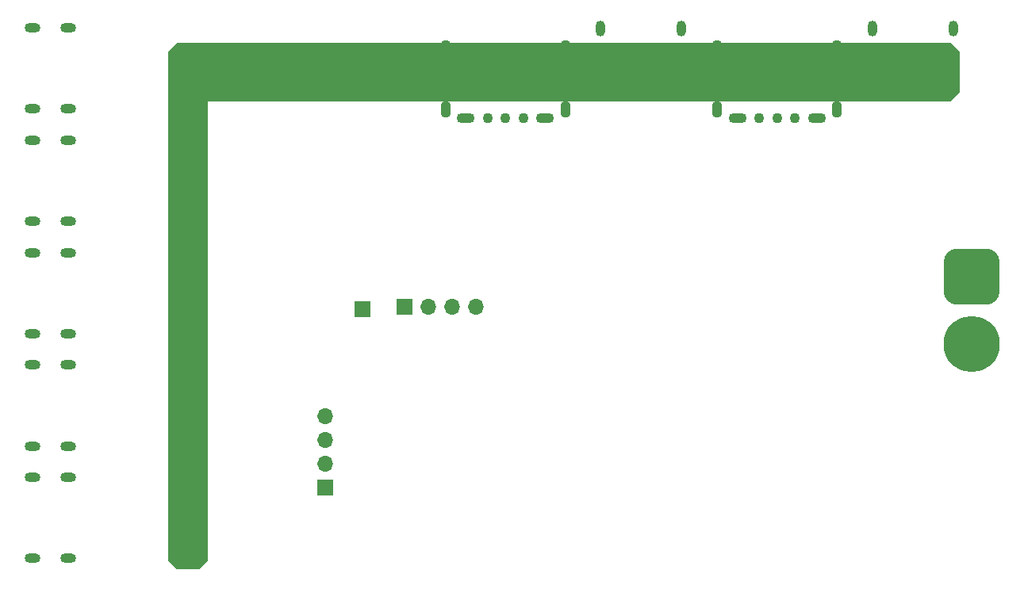
<source format=gbr>
%TF.GenerationSoftware,KiCad,Pcbnew,(5.99.0-10506-gb986797469)*%
%TF.CreationDate,2021-11-30T23:31:34+01:00*%
%TF.ProjectId,Power_Over_Regular_Normal_HUB,506f7765-725f-44f7-9665-725f52656775,rev?*%
%TF.SameCoordinates,Original*%
%TF.FileFunction,Soldermask,Bot*%
%TF.FilePolarity,Negative*%
%FSLAX46Y46*%
G04 Gerber Fmt 4.6, Leading zero omitted, Abs format (unit mm)*
G04 Created by KiCad (PCBNEW (5.99.0-10506-gb986797469)) date 2021-11-30 23:31:34*
%MOMM*%
%LPD*%
G01*
G04 APERTURE LIST*
G04 Aperture macros list*
%AMRoundRect*
0 Rectangle with rounded corners*
0 $1 Rounding radius*
0 $2 $3 $4 $5 $6 $7 $8 $9 X,Y pos of 4 corners*
0 Add a 4 corners polygon primitive as box body*
4,1,4,$2,$3,$4,$5,$6,$7,$8,$9,$2,$3,0*
0 Add four circle primitives for the rounded corners*
1,1,$1+$1,$2,$3*
1,1,$1+$1,$4,$5*
1,1,$1+$1,$6,$7*
1,1,$1+$1,$8,$9*
0 Add four rect primitives between the rounded corners*
20,1,$1+$1,$2,$3,$4,$5,0*
20,1,$1+$1,$4,$5,$6,$7,0*
20,1,$1+$1,$6,$7,$8,$9,0*
20,1,$1+$1,$8,$9,$2,$3,0*%
G04 Aperture macros list end*
%ADD10O,1.000000X1.700000*%
%ADD11O,1.900000X1.100000*%
%ADD12C,1.100000*%
%ADD13O,1.100000X1.800000*%
%ADD14R,1.700000X1.700000*%
%ADD15O,1.700000X1.700000*%
%ADD16O,1.700000X1.000000*%
%ADD17RoundRect,1.500000X-1.500000X1.500000X-1.500000X-1.500000X1.500000X-1.500000X1.500000X1.500000X0*%
%ADD18C,6.000000*%
G04 APERTURE END LIST*
D10*
%TO.C,P4*%
X154180000Y-59700000D03*
X162820000Y-59700000D03*
X162820000Y-63500000D03*
X154180000Y-63500000D03*
%TD*%
%TO.C,P7*%
X125180000Y-59700000D03*
X125180000Y-63500000D03*
X133820000Y-63500000D03*
X133820000Y-59700000D03*
%TD*%
D11*
%TO.C,J4*%
X148250000Y-69290000D03*
D12*
X145920000Y-69290000D03*
X142080000Y-69290000D03*
D11*
X139750000Y-69290000D03*
D12*
X144000000Y-69290000D03*
D13*
X150400000Y-68410000D03*
X137600000Y-61860000D03*
X150400000Y-61860000D03*
X137600000Y-68410000D03*
%TD*%
D14*
%TO.C,J5*%
X99750000Y-89750000D03*
%TD*%
%TO.C,J6*%
X95750000Y-108750000D03*
D15*
X95750000Y-106210000D03*
X95750000Y-103670000D03*
X95750000Y-101130000D03*
%TD*%
D16*
%TO.C,P2*%
X68305000Y-80320000D03*
X64505000Y-80320000D03*
X68305000Y-71680000D03*
X64505000Y-71680000D03*
%TD*%
D14*
%TO.C,J7*%
X104200000Y-89500000D03*
D15*
X106740000Y-89500000D03*
X109280000Y-89500000D03*
X111820000Y-89500000D03*
%TD*%
D16*
%TO.C,P6*%
X64505000Y-107680000D03*
X68305000Y-116320000D03*
X68305000Y-107680000D03*
X64505000Y-116320000D03*
%TD*%
%TO.C,P5*%
X64505000Y-104320000D03*
X68305000Y-95680000D03*
X64505000Y-95680000D03*
X68305000Y-104320000D03*
%TD*%
%TO.C,P3*%
X64505000Y-92320000D03*
X68305000Y-83680000D03*
X68305000Y-92320000D03*
X64505000Y-83680000D03*
%TD*%
D11*
%TO.C,J1*%
X119250000Y-69290000D03*
D12*
X116920000Y-69290000D03*
X113080000Y-69290000D03*
D11*
X110750000Y-69290000D03*
D13*
X121400000Y-61860000D03*
X108600000Y-68410000D03*
X108600000Y-61860000D03*
X121400000Y-68410000D03*
D12*
X115000000Y-69290000D03*
%TD*%
D16*
%TO.C,P1*%
X64505000Y-68320000D03*
X64505000Y-59680000D03*
X68305000Y-59680000D03*
X68305000Y-68320000D03*
%TD*%
D17*
%TO.C,J2*%
X164750000Y-86250000D03*
D18*
X164750000Y-93450000D03*
%TD*%
G36*
X162517183Y-61268907D02*
G01*
X162528996Y-61278996D01*
X163471004Y-62221004D01*
X163498781Y-62275521D01*
X163500000Y-62291008D01*
X163500000Y-66458992D01*
X163481093Y-66517183D01*
X163471004Y-66528996D01*
X162528996Y-67471004D01*
X162474479Y-67498781D01*
X162458992Y-67500000D01*
X83265680Y-67500000D01*
X83252995Y-67504122D01*
X83250000Y-67508243D01*
X83250000Y-116458992D01*
X83231093Y-116517183D01*
X83221004Y-116528996D01*
X82278996Y-117471004D01*
X82224479Y-117498781D01*
X82208992Y-117500000D01*
X80041008Y-117500000D01*
X79982817Y-117481093D01*
X79971004Y-117471004D01*
X79028996Y-116528996D01*
X79001219Y-116474479D01*
X79000000Y-116458992D01*
X79000000Y-62291008D01*
X79018907Y-62232817D01*
X79028996Y-62221004D01*
X79971004Y-61278996D01*
X80025521Y-61251219D01*
X80041008Y-61250000D01*
X162458992Y-61250000D01*
X162517183Y-61268907D01*
G37*
M02*

</source>
